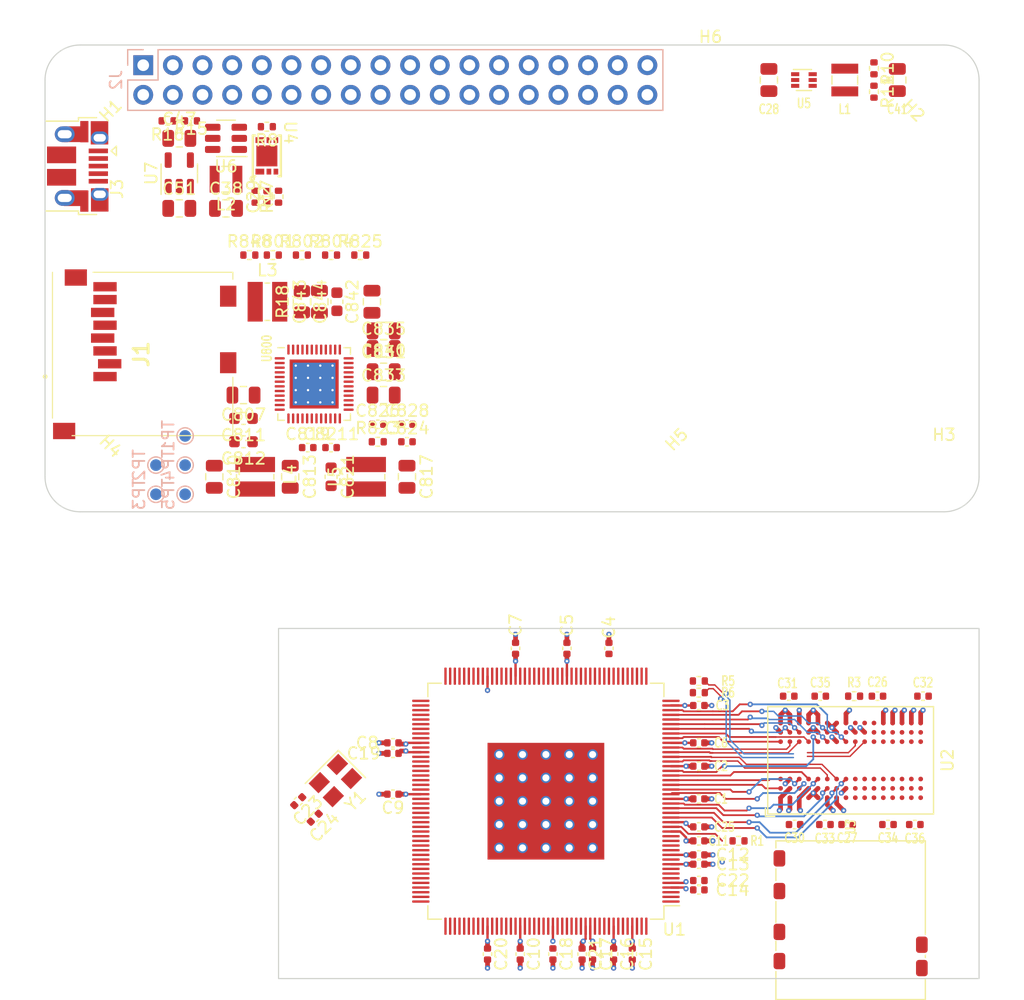
<source format=kicad_pcb>
(kicad_pcb (version 20211014) (generator pcbnew)
  (layers (0 "F.Cu" signal) (1 "In1.Cu" signal) (2 "In2.Cu" signal) (31 "B.Cu" signal) (34 "B.Paste" user) (35 "F.Paste" user) (36 "B.SilkS" user "B.Silkscreen") (37 "F.SilkS" user "F.Silkscreen") (38 "B.Mask" user) (39 "F.Mask" user) (44 "Edge.Cuts" user))
  (net 0 "")
  (net 5 "/memory/svref")
  (net 6 "Net-(R1-Pad2)")
  (net 7 "/memory/ddr-d4")
  (net 8 "/memory/ddr-d6")
  (net 9 "/memory/ddr-d2")
  (net 10 "/memory/ddr-d0")
  (net 11 "IPS")
  (net 12 "Net-(C29-Pad1)")
  (net 13 "Net-(C29-Pad2)")
  (net 14 "ACIN")
  (net 15 "+5V_USB")
  (net 16 "/power/vint")
  (net 17 "Net-(C47-Pad1)")
  (net 18 "+3V3_LDO")
  (net 19 "VDD_SYS")
  (net 20 "+3V3")
  (net 21 "VBAT")
  (net 22 "+3V0")
  (net 23 "+3V3_RTC")
  (net 24 "/power/lx1")
  (net 25 "Net-(R5-Pad2)")
  (net 26 "Net-(R6-Pad2)")
  (net 27 "Net-(L1-Pad1)")
  (net 28 "Net-(L2-Pad1)")
  (net 101 "SDC0-D2")
  (net 102 "SDC0-D3")
  (net 103 "SDC0-CMD")
  (net 104 "SDC0-CLK")
  (net 105 "SDC0-D0")
  (net 106 "SDC0-D1")
  (net 107 "SDC2-D3")
  (net 108 "SDC2-D2")
  (net 109 "SDC2-D1")
  (net 110 "SDC2-D0")
  (net 111 "SDC2-CLK")
  (net 112 "SDC2-CMD")
  (net 113 "/memory/ddr-d9")
  (net 114 "GND")
  (net 115 "/memory/ddr-d11")
  (net 116 "NMI")
  (net 117 "/memory/ddr-d12")
  (net 118 "/memory/ddr-d8")
  (net 119 "RSB-SDA")
  (net 120 "Net-(R8-Pad1)")
  (net 121 "RSB-SCK")
  (net 122 "Net-(R10-Pad2)")
  (net 123 "/memory/ddr-d13")
  (net 124 "/memory/ddr-d15")
  (net 125 "~{RST}")
  (net 126 "/power/pmu_en")
  (net 127 "Net-(R15-Pad2)")
  (net 128 "/memory/ddr-dqs0+")
  (net 129 "/memory/ddr-dqs0-")
  (net 130 "/memory/ddr-dqs1+")
  (net 131 "/memory/ddr-dqs1-")
  (net 132 "PMU-VBUSEN")
  (net 133 "UPS")
  (net 134 "/memory/ddr-d3")
  (net 135 "/memory/ddr-d1")
  (net 136 "/memory/ddr-d10")
  (net 137 "/memory/ddr-dm1")
  (net 139 "/memory/ddr-dm0")
  (net 141 "/memory/ddr-d14")
  (net 142 "+1V5")
  (net 143 "+1V2_INT")
  (net 144 "+1V2_CPU")
  (net 145 "+3V3_IO")
  (net 146 "/cpu/hse_out")
  (net 147 "/cpu/hse_in")
  (net 190 "Net-(L3-Pad1)")
  (net 191 "Net-(L4-Pad1)")
  (net 192 "Net-(L5-Pad1)")
  (net 193 "BAT_NTC")
  (net 194 "PON")
  (net 195 "Net-(C819-Pad1)")
  (net 196 "Net-(C824-Pad1)")
  (net 197 "Net-(R801-Pad1)")
  (net 198 "Net-(R823-Pad1)")
  (net 205 "/memory/ddr-d5")
  (net 206 "/memory/ddr-d7")
  (net 207 "/memory/ddr-a3")
  (net 208 "/memory/ddr-a5")
  (net 209 "/memory/ddr-a7")
  (net 210 "/memory/ddr-a0")
  (net 211 "/memory/ddr-a2")
  (net 212 "/memory/ddr-a9")
  (net 213 "/memory/ddr-a13")
  (net 214 "/memory/ddr-a10")
  (net 215 "/memory/ddr-a15")
  (net 216 "/memory/ddr-a12")
  (net 217 "/memory/ddr-a1")
  (net 218 "/memory/ddr-a11")
  (net 219 "/memory/ddr-a14")
  (net 220 "/memory/ddr-a4")
  (net 221 "/memory/ddr-a6")
  (net 222 "/memory/ddr-a8")
  (net 223 "/memory/ddr-odt")
  (net 224 "/memory/ddr-cs")
  (net 225 "/memory/ddr-ba0")
  (net 226 "/memory/ddr-rst")
  (net 227 "/memory/ddr-ras")
  (net 228 "/memory/ddr-cas")
  (net 229 "/memory/ddr-we")
  (net 230 "/memory/ddr-ba2")
  (net 231 "/memory/ddr-ck+")
  (net 232 "/memory/ddr-ck-")
  (net 233 "/memory/ddr-ba1")
  (net 234 "/memory/ddr-cke")
  (net 239 "Net-(R3-Pad2)")
  (net 240 "SDC0-DET")
  (net 241 "SPI0-CS0")
  (net 242 "SPI0-CLK")
  (net 243 "SPI0-MISO")
  (net 244 "SPI0-MOSI")
  (net 245 "UART3-TXD")
  (net 246 "UART3-RXD")
  (net 247 "UART2-RXD")
  (net 248 "UART2-TXD")
  (footprint "Capacitor_SMD:C_0603_1608Metric" (layer "F.Cu") (at 117 92 180)
    (fp_text reference "C811")
    (fp_text value "4.7uF")
  )
  (footprint "Capacitor_SMD:C_0402_1005Metric" (layer "F.Cu") (at 174.5 126.8)
    (fp_text reference "C36")
    (fp_text value "100nF")
  )
  (footprint "Capacitor_SMD:C_0805_2012Metric" (layer "F.Cu") (at 121 97 -90)
    (fp_text reference "C813")
    (fp_text value "10uF")
  )
  (footprint "Crystal:Crystal_SMD_3225-4Pin_3.2x2.5mm" (layer "F.Cu") (at 124.868777 123.032233 -135)
    (fp_text reference "Y1")
    (fp_text value "24MHz")
  )
  (footprint "MountingHole:MountingHole_2.7mm_M2.5" (layer "F.Cu") (at 103 97 -45)
    (fp_text reference "H4")
    (fp_text value "MountingHole")
  )
  (footprint "Capacitor_SMD:C_0402_1005Metric" (layer "F.Cu") (at 129.8 120.699999 180)
    (fp_text reference "C19")
    (fp_text value "100nF")
  )
  (footprint "Capacitor_SMD:C_0603_1608Metric" (layer "F.Cu") (at 124.5 97 -90)
    (fp_text reference "C821")
    (fp_text value "4.7uF")
  )
  (footprint "Capacitor_SMD:C_0805_2012Metric" (layer "F.Cu") (at 131 97 -90)
    (fp_text reference "C817")
    (fp_text value "10uF")
  )
  (footprint "Capacitor_SMD:C_0805_2012Metric" (layer "F.Cu") (at 111.5 67.999999)
    (fp_text reference "C47")
    (fp_text value "10uF")
  )
  (footprint "Resistor_SMD:R_0402_1005Metric" (layer "F.Cu") (at 169.3 115.8)
    (fp_text reference "R3")
    (fp_text value "240")
  )
  (footprint "MountingHole:MountingHole_2.7mm_M2.5" (layer "F.Cu") (at 177 63 135)
    (fp_text reference "H2")
    (fp_text value "MountingHole")
  )
  (footprint "Capacitor_SMD:C_0402_1005Metric" (layer "F.Cu") (at 156 129.399999)
    (fp_text reference "C12")
    (fp_text value "100nF")
  )
  (footprint "Capacitor_SMD:C_0402_1005Metric" (layer "F.Cu") (at 166.8 126.8)
    (fp_text reference "C33")
    (fp_text value "100nF")
  )
  (footprint "Capacitor_SMD:C_0402_1005Metric" (layer "F.Cu") (at 155.999999 124.599999)
    (fp_text reference "C1")
    (fp_text value "100nF")
  )
  (footprint "Resistor_SMD:R_0402_1005Metric" (layer "F.Cu") (at 127 78)
    (fp_text reference "R825")
    (fp_text value "10k")
  )
  (footprint "diodes:DFN-2030-6" (layer "F.Cu") (at 119 69.5 90)
    (fp_text reference "U4")
    (fp_text value "AP9211")
  )
  (footprint "Capacitor_SMD:C_0402_1005Metric" (layer "F.Cu") (at 156 131.6)
    (fp_text reference "C22")
    (fp_text value "100nF")
  )
  (footprint "Capacitor_SMD:C_0402_1005Metric" (layer "F.Cu") (at 146.9 137.9 -90)
    (fp_text reference "C17")
    (fp_text value "100nF")
  )
  (footprint "Resistor_SMD:R_0402_1005Metric" (layer "F.Cu") (at 119.51 78)
    (fp_text reference "R801")
    (fp_text value "2.2k")
  )
  (footprint "Resistor_SMD:R_0402_1005Metric" (layer "F.Cu") (at 159.4 128.2 180)
    (fp_text reference "R1")
    (fp_text value "240")
  )
  (footprint "Resistor_SMD:R_0402_1005Metric" (layer "F.Cu") (at 156 115.5 180)
    (fp_text reference "R6")
    (fp_text value "22")
  )
  (footprint "Resistor_SMD:R_0402_1005Metric" (layer "F.Cu") (at 120 73 90)
    (fp_text reference "R2")
    (fp_text value "330")
  )
  (footprint "allwinner:LQFP-176_20x20mm_P0.4mm" (layer "F.Cu") (at 142.9 124.8 180)
    (fp_text reference "U1")
    (fp_text value "A13")
  )
  (footprint "Capacitor_SMD:C_0402_1005Metric" (layer "F.Cu") (at 148.699999 137.9 -90)
    (fp_text reference "C16")
    (fp_text value "100nF")
  )
  (footprint "Inductor_SMD:L_Wuerth_MAPI-2510" (layer "F.Cu") (at 115.5 71.499999 180)
    (fp_text reference "L2")
    (fp_text value "L_Small")
  )
  (footprint "Capacitor_SMD:C_0603_1608Metric" (layer "F.Cu") (at 125 82 90)
    (fp_text reference "C844")
    (fp_text value "4.7uF")
  )
  (footprint "Capacitor_SMD:C_0402_1005Metric" (layer "F.Cu") (at 155.999999 121.799999)
    (fp_text reference "C2")
    (fp_text value "100nF")
  )
  (footprint "Resistor_SMD:R_0402_1005Metric" (layer "F.Cu") (at 110.5 66.5 180)
    (fp_text reference "R16")
    (fp_text value "562k")
  )
  (footprint "Resistor_SMD:R_0402_1005Metric" (layer "F.Cu") (at 122 78)
    (fp_text reference "R802")
    (fp_text value "10k")
  )
  (footprint "Capacitor_SMD:C_0402_1005Metric" (layer "F.Cu") (at 156 128.2)
    (fp_text reference "C11")
    (fp_text value "100nF")
  )
  (footprint "Resistor_SMD:R_0402_1005Metric" (layer "F.Cu") (at 128.5 94)
    (fp_text reference "R823")
    (fp_text value "200K")
  )
  (footprint "Package_TO_SOT_SMD:SOT-23-6" (layer "F.Cu") (at 115.5 68 180)
    (fp_text reference "U6")
    (fp_text value "MCP1640CH")
  )
  (footprint "Capacitor_SMD:C_0805_2012Metric" (layer "F.Cu") (at 114.5 97 -90)
    (fp_text reference "C810")
    (fp_text value "10uF")
  )
  (footprint "Resistor_SMD:R_0805_2012Metric" (layer "F.Cu") (at 122 82 90)
    (fp_text reference "R18")
    (fp_text value "R_Small")
  )
  (footprint "Capacitor_SMD:C_0805_2012Metric" (layer "F.Cu") (at 117 90 180)
    (fp_text reference "C807")
    (fp_text value "10uF")
  )
  (footprint "Inductor_SMD:L_Wuerth_MAPI-3015" (layer "F.Cu") (at 127.5 96.999999 90)
    (fp_text reference "L5")
    (fp_text value "4.7uH")
  )
  (footprint "Capacitor_SMD:C_0402_1005Metric" (layer "F.Cu") (at 140.3 111.7 90)
    (fp_text reference "C7")
    (fp_text value "100nF")
  )
  (footprint "Capacitor_SMD:C_0402_1005Metric" (layer "F.Cu") (at 140.7 137.9 -90)
    (fp_text reference "C10")
    (fp_text value "100nF")
  )
  (footprint "Capacitor_SMD:C_0805_2012Metric" (layer "F.Cu") (at 123.5 82 90)
    (fp_text reference "C843")
    (fp_text value "10uF")
  )
  (footprint "Capacitor_SMD:C_0402_1005Metric" (layer "F.Cu") (at 129.8 119.8 180)
    (fp_text reference "C8")
    (fp_text value "100nF")
  )
  (footprint "gct:MEM20610118800A" (layer "F.Cu") (at 105.1375 80.715 -90)
    (fp_text reference "J1")
    (fp_text value "Micro_SD_Card_Det" hide)
  )
  (footprint "Capacitor_SMD:C_0402_1005Metric" (layer "F.Cu") (at 168.7 126.8 180)
    (fp_text reference "C27")
    (fp_text value "100nF")
  )
  (footprint "Capacitor_SMD:C_0402_1005Metric" (layer "F.Cu") (at 143.5 137.9 -90)
    (fp_text reference "C18")
    (fp_text value "100nF")
  )
  (footprint "MountingHole:MountingHole_2.7mm_M2.5" (layer "F.Cu") (at 157 63)
    (fp_text reference "H6")
    (fp_text value "MountingHole")
  )
  (footprint "winbond:BGA-96_9x14mm_P0.8mm" (layer "F.Cu") (at 169 121.3 90)
    (fp_text reference "U2")
    (fp_text value "DDR3L-x16")
  )
  (footprint "Inductor_SMD:L_Wuerth_MAPI-3015" (layer "F.Cu") (at 118 97 -90)
    (fp_text reference "L4")
    (fp_text value "4.7uH")
  )
  (footprint "Capacitor_SMD:C_0805_2012Metric" (layer "F.Cu") (at 129 86)
    (fp_text reference "C835")
    (fp_text value "10uF")
  )
  (footprint "Capacitor_SMD:C_0805_2012Metric" (layer "F.Cu") (at 115.5 73.999999)
    (fp_text reference "C38")
    (fp_text value "10uF")
  )
  (footprint "Package_TO_SOT_SMD:SOT-23-5" (layer "F.Cu") (at 111.5 71 90)
    (fp_text reference "U7")
    (fp_text value "AP22811")
  )
  (footprint "Capacitor_SMD:C_0402_1005Metric" (layer "F.Cu") (at 121.686796 124.8 -135)
    (fp_text reference "C23")
    (fp_text value "22pF")
  )
  (footprint "Capacitor_SMD:C_0402_1005Metric" (layer "F.Cu") (at 130.999999 92.5)
    (fp_text reference "C828")
    (fp_text value "1uF")
  )
  (footprint "Resistor_SMD:R_0402_1005Metric" (layer "F.Cu") (at 117.5 78)
    (fp_text reference "R848")
    (fp_text value "10K")
  )
  (footprint "Capacitor_SMD:C_0402_1005Metric" (layer "F.Cu") (at 175.2 115.8)
    (fp_text reference "C32")
    (fp_text value "100nF")
  )
  (footprint "MountingHole:MountingHole_2.7mm_M2.5" (layer "F.Cu") (at 103 63 -135)
    (fp_text reference "H1")
    (fp_text value "MountingHole")
  )
  (footprint "Capacitor_SMD:C_0402_1005Metric" (layer "F.Cu") (at 163.7 115.8 180)
    (fp_text reference "C31")
    (fp_text value "100nF")
  )
  (footprint "Package_DFN_QFN:QFN-48-1EP_6x6mm_P0.4mm_EP4.2x4.2mm_ThermalVias" (layer "F.Cu") (at 123.05 89.05)
    (fp_text reference "U800")
    (fp_text value "AXP209")
  )
  (footprint "Capacitor_SMD:C_0402_1005Metric" (layer "F.Cu") (at 144.7 111.699999 90)
    (fp_text reference "C5")
    (fp_text value "100nF")
  )
  (footprint "Capacitor_SMD:C_0402_1005Metric" (layer "F.Cu") (at 130.999999 94)
    (fp_text reference "C824")
    (fp_text value "1uF")
  )
  (footprint "Inductor_SMD:L_Wuerth_MAPI-2510" (layer "F.Cu") (at 168.5 63 90)
    (fp_text reference "L1")
    (fp_text value "L_Small")
  )
  (footprint "Capacitor_SMD:C_0402_1005Metric" (layer "F.Cu") (at 137.9 137.9 -90)
    (fp_text reference "C20")
    (fp_text value "100nF")
  )
  (footprint "Capacitor_SMD:C_0402_1005Metric" (layer "F.Cu") (at 129.8 124.2 180)
    (fp_text reference "C9")
    (fp_text value "100nF")
  )
  (footprint "MountingHole:MountingHole_2.7mm_M2.5" (layer "F.Cu") (at 177 97)
    (fp_text reference "H3")
    (fp_text value "MountingHole")
  )
  (footprint "Capacitor_SMD:C_0402_1005Metric" (layer "F.Cu") (at 156 127)
    (fp_text reference "C25")
    (fp_text value "100nF")
  )
  (footprint "Capacitor_SMD:C_0402_1005Metric" (layer "F.Cu") (at 128.5 92.5)
    (fp_text reference "C826")
    (fp_text value "1uF")
  )
  (footprint "Connector_USB:USB_Micro-B_Amphenol_10103594-0001LF_Horizontal" (layer "F.Cu") (at 102.8 70.4 -90)
    (fp_text reference "J3")
    (fp_text value "USB_B_Micro")
  )
  (footprint "Resistor_SMD:R_0402_1005Metric" (layer "F.Cu") (at 171 64 -90)
    (fp_text reference "R11")
    (fp_text value "133k")
  )
  (footprint "Resistor_SMD:R_0402_1005Metric" (layer "F.Cu") (at 118 73 90)
    (fp_text reference "R17")
    (fp_text value "100K")
  )
  (footprint "Capacitor_SMD:C_0402_1005Metric" (layer "F.Cu") (at 124.5 94.5)
    (fp_text reference "C8211")
    (fp_text value "100nF")
  )
  (footprint "Capacitor_SMD:C_0402_1005Metric" (layer "F.Cu") (at 122.5 94.5)
    (fp_text reference "C819")
    (fp_text value "1uF")
  )
  (footprint "Resistor_SMD:R_0402_1005Metric" (layer "F.Cu") (at 112.5 66.5 180)
    (fp_text reference "R15")
    (fp_text value "976k")
  )
  (footprint "Resistor_SMD:R_0402_1005Metric" (layer "F.Cu") (at 171 62 -90)
    (fp_text reference "R10")
    (fp_text value "200k")
  )
  (footprint "Capacitor_SMD:C_0402_1005Metric" (layer "F.Cu") (at 172.2 126.8 180)
    (fp_text reference "C34")
    (fp_text value "100nF")
  )
  (footprint "Resistor_SMD:R_0402_1005Metric" (layer "F.Cu") (at 124.5 78)
    (fp_text reference "R804")
    (fp_text value "2.2k")
  )
  (footprint "Package_TO_SOT_SMD:SOT-563" (layer "F.Cu") (at 165 63)
    (fp_text reference "U5")
    (fp_text value "AP61100")
  )
  (footprint "Capacitor_SMD:C_0402_1005Metric" (layer "F.Cu") (at 166.4 115.8)
    (fp_text reference "C35")
    (fp_text value "100nF")
  )
  (footprint "Resistor_SMD:R_0402_1005Metric" (layer "F.Cu") (at 156 114.5 180)
    (fp_text reference "R5")
    (fp_text value "22")
  )
  (footprint "Capacitor_SMD:C_0805_2012Metric" (layer "F.Cu") (at 162 63 90)
    (fp_text reference "C28")
    (fp_text value "10uF")
  )
  (footprint "Capacitor_SMD:C_0402_1005Metric" (layer "F.Cu") (at 164.2 126.8 180)
    (fp_text reference "C30")
    (fp_text value "100nF")
  )
  (footprint "Capacitor_SMD:C_0402_1005Metric" (layer "F.Cu") (at 155.999999 116.6)
    (fp_text reference "C3")
    (fp_text value "100nF")
  )
  (footprint "Capacitor_SMD:C_0402_1005Metric" (layer "F.Cu") (at 171.3 115.8)
    (fp_text reference "C26")
    (fp_text value "100nF")
  )
  (footprint "Capacitor_SMD:C_0402_1005Metric" (layer "F.Cu") (at 123.10101 126.214213 -135)
    (fp_text reference "C24")
    (fp_text value "22pF")
  )
  (footprint "Capacitor_SMD:C_0805_2012Metric" (layer "F.Cu") (at 128 82 90)
    (fp_text reference "C842")
    (fp_text value "10uF")
  )
  (footprint "MountingHole:MountingHole_2.7mm_M2.5" (layer "F.Cu") (at 157 97)
    (fp_text reference "H5")
    (fp_text value "MountingHole")
  )
  (footprint "Capacitor_SMD:C_0805_2012Metric" (layer "F.Cu") (at 111.500001 74)
    (fp_text reference "C51")
    (fp_text value "10uF")
  )
  (footprint "Capacitor_SMD:C_0402_1005Metric" (layer "F.Cu") (at 150.3 137.9 -90)
    (fp_text reference "C15")
    (fp_text value "100nF")
  )
  (footprint "Capacitor_SMD:C_0402_1005Metric" (layer "F.Cu") (at 155.999999 130.199999)
    (fp_text reference "C13")
    (fp_text value "100nF")
  )
  (footprint "Capacitor_SMD:C_0805_2012Metric" (layer "F.Cu") (at 129 88)
    (fp_text reference "C831")
    (fp_text value "10uF")
  )
  (footprint "Capacitor_SMD:C_0402_1005Metric" (layer "F.Cu") (at 119 73 90)
    (fp_text reference "C29")
    (fp_text value "100nF")
  )
  (footprint "Capacitor_SMD:C_0402_1005Metric" (layer "F.Cu") (at 146 137.9 -90)
    (fp_text reference "C21")
    (fp_text value "100nF")
  )
  (footprint "Capacitor_SMD:C_0402_1005Metric" (layer "F.Cu") (at 156 119.8)
    (fp_text reference "C6")
    (fp_text value "100nF")
  )
  (footprint "Capacitor_SMD:C_0805_2012Metric" (layer "F.Cu") (at 173 63 -90)
    (fp_text reference "C41")
    (fp_text value "10uF")
  )
  (footprint "Capacitor_SMD:C_0402_1005Metric" (layer "F.Cu") (at 155.999999 132.4)
    (fp_text reference "C14")
    (fp_text value "100nF")
  )
  (footprint "wifi:RTL8188CUS" (layer "F.Cu") (at 169 135 90)
    (fp_text reference "U3")
    (fp_text value "RTL8188CUS")
  )
  (footprint "Capacitor_SMD:C_0805_2012Metric" (layer "F.Cu") (at 129 84.5 180)
    (fp_text reference "C840")
    (fp_text value "10uF")
  )
  (footprint "Inductor_SMD:L_Wuerth_MAPI-3015" (layer "F.Cu") (at 119.05 82)
    (fp_text reference "L3")
    (fp_text value "4.7uH")
  )
  (footprint "Capacitor_SMD:C_0603_1608Metric" (layer "F.Cu") (at 117 94 180)
    (fp_text reference "C812")
    (fp_text value "4.7uF")
  )
  (footprint "Capacitor_SMD:C_0805_2012Metric" (layer "F.Cu") (at 129 90)
    (fp_text reference "C833")
    (fp_text value "10uF")
  )
  (footprint "Resistor_SMD:R_0402_1005Metric" (layer "F.Cu") (at 119 67 180)
    (fp_text reference "R8")
    (fp_text value "2.7k")
  )
  (footprint "Capacitor_SMD:C_0402_1005Metric" (layer "F.Cu") (at 148.3 111.7 90)
    (fp_text reference "C4")
    (fp_text value "100nF")
  )
  (footprint "TestPoint:TestPoint_Pad_D1.0mm" (layer "B.Cu") (at 109.5 98.5 -90)
    (fp_text reference "TP3")
    (fp_text value "TestPoint")
  )
  (footprint "Connector_PinHeader_2.54mm:PinHeader_2x18_P2.54mm_Vertical" (layer "B.Cu") (at 108.41 61.73 -90)
    (fp_text reference "J2")
    (fp_text value "Conn_02x18_Odd_Even")
  )
  (footprint "TestPoint:TestPoint_Pad_D1.0mm" (layer "B.Cu") (at 112 96 -90)
    (fp_text reference "TP4")
    (fp_text value "TestPoint")
  )
  (footprint "TestPoint:TestPoint_Pad_D1.0mm" (layer "B.Cu") (at 112 93.5 -90)
    (fp_text reference "TP1")
    (fp_text value "TestPoint")
  )
  (footprint "TestPoint:TestPoint_Pad_D1.0mm" (layer "B.Cu") (at 109.5 96 -90)
    (fp_text reference "TP2")
    (fp_text value "TestPoint")
  )
  (footprint "TestPoint:TestPoint_Pad_D1.0mm" (layer "B.Cu") (at 112 98.5 -90)
    (fp_text reference "TP5")
    (fp_text value "TestPoint")
  )
  (gr_rect (start 120 110) (end 180 140) (layer "Edge.Cuts") (width 0.1) (fill none))
  (gr_line (start 177 100) (end 157 100) (layer "Edge.Cuts") (width 0.1))
  (gr_line (start 100 63) (end 100 97) (layer "Edge.Cuts") (width 0.1))
  (gr_arc (start 100 63) (mid 100.87868 60.87868) (end 103 60) (layer "Edge.Cuts") (width 0.1))
  (gr_line (start 103 100) (end 157 100) (layer "Edge.Cuts") (width 0.1))
  (gr_arc (start 103 100) (mid 100.87868 99.12132) (end 100 97) (layer "Edge.Cuts") (width 0.1))
  (gr_arc (start 177 60) (mid 179.12132 60.87868) (end 180 63) (layer "Edge.Cuts") (width 0.1))
  (gr_line (start 180 97) (end 180 63) (layer "Edge.Cuts") (width 0.1))
  (gr_line (start 177 60) (end 103 60) (layer "Edge.Cuts") (width 0.1))
  (gr_arc (start 180 97) (mid 179.12132 99.12132) (end 177 100) (layer "Edge.Cuts") (width 0.1))
  (segment (start 154.8 126.6) (end 154.899999 126.7) (width 0.2) (layer "F.Cu") (net 5))
  (segment (start 153.6125 126.6) (end 154.8 126.6) (width 0.2) (layer "F.Cu") (net 5))
  (segment (start 155.52 126.999999) (end 155.199999 127) (width 0.2) (layer "F.Cu") (net 5))
  (segment (start 155.199999 127) (end 154.899999 126.7) (width 0.2) (layer "F.Cu") (net 5))
  (via (at 154.899999 126.7) (size 0.45) (drill 0.2) (layers "F.Cu" "B.Cu") (net 5))
  (segment (start 153.612499 127) (end 154.5 127) (width 0.154) (layer "F.Cu") (net 6))
  (segment (start 154.5 127) (end 155.1 127.6) (width 0.154) (layer "F.Cu") (net 6))
  (segment (start 155.1 127.6) (end 157.399999 127.6) (width 0.154) (layer "F.Cu") (net 6))
  (segment (start 157.399999 127.6) (end 157.999999 128.2) (width 0.154) (layer "F.Cu") (net 6))
  (segment (start 158.3 127.1) (end 161 127.1) (width 0.154) (layer "F.Cu") (net 7))
  (segment (start 153.6125 126.2) (end 157.1 126.2) (width 0.154) (layer "F.Cu") (net 7))
  (segment (start 158 127.1) (end 158.3 127.1) (width 0.154) (layer "F.Cu") (net 7))
  (segment (start 168.6 122.9) (end 168.2 123.3) (width 0.2) (layer "F.Cu") (net 7))
  (segment (start 157.1 126.2) (end 158 127.1) (width 0.154) (layer "F.Cu") (net 7))
  (via (at 161 127.1) (size 0.45) (drill 0.2) (layers "F.Cu" "B.Cu") (net 7))
  (via (at 168.2 123.3) (size 0.45) (drill 0.2) (layers "F.Cu" "B.Cu") (net 7))
  (segment (start 168.2 123.3) (end 167.8 123.7) (width 0.127) (layer "B.Cu") (net 7))
  (segment (start 167.8 124.6) (end 164.5 127.9) (width 0.154) (layer "B.Cu") (net 7))
  (segment (start 164.5 127.9) (end 161.8 127.9) (width 0.154) (layer "B.Cu") (net 7))
  (segment (start 167.8 123.7) (end 167.8 124.6) (width 0.127) (layer "B.Cu") (net 7))
  (segment (start 161.8 127.9) (end 161 127.1) (width 0.154) (layer "B.Cu") (net 7))
  (segment (start 158.1 126.6) (end 158.2 126.6) (width 0.154) (layer "F.Cu") (net 8))
  (segment (start 167.8 123.7) (end 167.4 124.1) (width 0.2) (layer "F.Cu") (net 8))
  (segment (start 157.3 125.8) (end 158.1 126.6) (width 0.154) (layer "F.Cu") (net 8))
  (segment (start 158.2 126.6) (end 160.3 126.6) (width 0.154) (layer "F.Cu") (net 8))
  (segment (start 153.6125 125.8) (end 157.3 125.8) (width 0.154) (layer "F.Cu") (net 8))
  (via (at 160.3 126.6) (size 0.45) (drill 0.2) (layers "F.Cu" "B.Cu") (net 8))
  (via (at 167.4 124.1) (size 0.45) (drill 0.2) (layers "F.Cu" "B.Cu") (net 8))
  (segment (start 167.4 124.4) (end 167.4 124.1) (width 0.154) (layer "B.Cu") (net 8))
  (segment (start 160.3 126.6) (end 161.2 126.6) (width 0.154) (layer "B.Cu") (net 8))
  (segment (start 162.1 127.5) (end 164.3 127.5) (width 0.154) (layer "B.Cu") (net 8))
  (segment (start 164.3 127.5) (end 167.4 124.4) (width 0.154) (layer "B.Cu") (net 8))
  (segment (start 161.2 126.6) (end 162.1 127.5) (width 0.154) (layer "B.Cu") (net 8))
  (segment (start 158 125.9) (end 158.1 126) (width 0.154) (layer "F.Cu") (net 9))
  (segment (start 153.612499 125.4) (end 157.5 125.4) (width 0.154) (layer "F.Cu") (net 9))
  (segment (start 158.2 126) (end 161 126) (width 0.154) (layer "F.Cu") (net 9))
  (segment (start 158.1 126) (end 158.2 126) (width 0.154) (layer "F.Cu") (net 9))
  (segment (start 167 123.7) (end 166.6 124.1) (width 0.2) (layer "F.Cu") (net 9))
  (segment (start 157.5 125.4) (end 158 125.9) (width 0.154) (layer "F.Cu") (net 9))
  (via (at 161 126) (size 0.45) (drill 0.2) (layers "F.Cu" "B.Cu") (net 9))
  (via (at 166.6 124.1) (size 0.45) (drill 0.2) (layers "F.Cu" "B.Cu") (net 9))
  (segment (start 166.6 124.5) (end 165 126.1) (width 0.154) (layer "B.Cu") (net 9))
  (segment (start 161.1 126.1) (end 161 126) (width 0.154) (layer "B.Cu") (net 9))
  (segment (start 166.6 124.1) (end 166.6 124.5) (width 0.154) (layer "B.Cu") (net 9))
  (segment (start 165 126.1) (end 161.1 126.1) (width 0.154) (layer "B.Cu") (net 9))
  (segment (start 153.6125 125) (end 154.7 124.999999) (width 0.154) (layer "F.Cu") (net 10))
  (segment (start 166.2 122.9) (end 165.8 123.3) (width 0.2) (layer "F.Cu") (net 10))
  (segment (start 154.8 125.1) (end 157.7 125.1) (width 0.154) (layer "F.Cu") (net 10))
  (segment (start 160.1 125.6) (end 160.3 125.4) (width 0.154) (layer "F.Cu") (net 10))
  (segment (start 157.7 125.1) (end 158.2 125.6) (width 0.154) (layer "F.Cu") (net 10))
  (segment (start 154.7 124.999999) (end 154.8 125.1) (width 0.154) (layer "F.Cu") (net 10))
  (segment (start 158.2 125.6) (end 160.1 125.6) (width 0.154) (layer "F.Cu") (net 10))
  (via (at 160.3 125.4) (size 0.45) (drill 0.2) (layers "F.Cu" "B.Cu") (net 10))
  (via (at 165.8 123.3) (size 0.45) (drill 0.2) (layers "F.Cu" "B.Cu") (net 10))
  (segment (start 162.1 125.4) (end 162.4 125.1) (width 0.154) (layer "B.Cu") (net 10))
  (segment (start 160.3 125.4) (end 162.1 125.4) (width 0.154) (layer "B.Cu") (net 10))
  (segment (start 164 125.1) (end 164.6 124.5) (width 0.154) (layer "B.Cu") (net 10))
  (segment (start 162.4 125.1) (end 164 125.1) (width 0.154) (layer "B.Cu") (net 10))
  (segment (start 164.6 124.5) (end 165.8 123.3) (width 0.127) (layer "B.Cu") (net 10))
  (segment (start 153.6125 123.8) (end 158.7 123.8) (width 0.154) (layer "F.Cu") (net 113))
  (segment (start 158.9 124) (end 160.3 124) (width 0.154) (layer "F.Cu") (net 113))
  (segment (start 158.7 123.8) (end 158.9 124) (width 0.154) (layer "F.Cu") (net 113))
  (segment (start 164.2 123.3) (end 164.6 122.9) (width 0.2) (layer "F.Cu") (net 113))
  (via (at 164.2 123.3) (size 0.45) (drill 0.2) (layers "F.Cu" "B.Cu") (net 113))
  (via (at 160.3 124) (size 0.45) (drill 0.2) (layers "F.Cu" "B.Cu") (net 113))
  (segment (start 160.3 124) (end 161.3 123) (width 0.154) (layer "B.Cu") (net 113))
  (segment (start 163.8 122.9) (end 164.2 123.3) (width 0.127) (layer "B.Cu") (net 113))
  (segment (start 161.3 123) (end 161.4 122.9) (width 0.154) (layer "B.Cu") (net 113))
  (segment (start 161.4 122.9) (end 162.7 122.9) (width 0.154) (layer "B.Cu") (net 113))
  (segment (start 162.7 122.9) (end 163.8 122.9) (width 0.127) (layer "B.Cu") (net 113))
  (segment (start 148.3 111.22) (end 148.3 110.5) (width 0.4) (layer "F.Cu") (net 114))
  (segment (start 167.8 125) (end 168.4 125.6) (width 0.4) (layer "F.Cu") (net 114))
  (segment (start 150.3 138.38) (end 150.3 139.1) (width 0.4) (layer "F.Cu") (net 114))
  (segment (start 165.4 124.5) (end 165.8 124.1) (width 0.4) (layer "F.Cu") (net 114))
  (segment (start 144.7 111.22) (end 144.7 110.5) (width 0.4) (layer "F.Cu") (net 114))
  (segment (start 163 118.1) (end 163 117.4) (width 0.4) (layer "F.Cu") (net 114))
  (segment (start 165.8 118.5) (end 165.8 118.4969) (width 0.4) (layer "F.Cu") (net 114))
  (segment (start 140.7 138.38) (end 140.7 139.1) (width 0.4) (layer "F.Cu") (net 114))
  (segment (start 167.8 118.1) (end 167.4 118.5) (width 0.4) (layer "F.Cu") (net 114))
  (segment (start 165.4 118.9) (end 165.8 118.5) (width 0.4) (layer "F.Cu") (net 114))
  (segment (start 156.48 129.399999) (end 157.2 129.399999) (width 0.4) (layer "F.Cu") (net 114))
  (segment (start 166.2 118.9) (end 165.8 118.5) (width 0.4) (layer "F.Cu") (net 114))
  (segment (start 167 118.1) (end 167.4 118.5) (width 0.4) (layer "F.Cu") (net 114))
  (segment (start 173.4 117.2) (end 173.6 117) (width 0.4) (layer "F.Cu") (net 114))
  (segment (start 163.8 125.5) (end 163.7 125.6) (width 0.4) (layer "F.Cu") (net 114))
  (segment (start 156.48 119.8) (end 157.099999 119.8) (width 0.4) (layer "F.Cu") (net 114))
  (segment (start 163.8 122.9) (end 163.4 123.3) (width 0.4) (layer "F.Cu") (net 114))
  (segment (start 129.32 120.699999) (end 128.6 120.699999) (width 0.4) (layer "F.Cu") (net 114))
  (segment (start 163.8 118.1) (end 163.8 117.4) (width 0.4) (layer "F.Cu") (net 114))
  (segment (start 148.699999 138.38) (end 148.699999 139.1) (width 0.4) (layer "F.Cu") (net 114))
  (segment (start 156.48 121.8) (end 157.1 121.799999) (width 0.4) (layer "F.Cu") (net 114))
  (segment (start 146 138.38) (end 146 139.1) (width 0.4) (layer "F.Cu") (net 114))
  (segment (start 167.8 118.9) (end 167.4 118.5) (width 0.4) (layer "F.Cu") (net 114))
  (segment (start 156.48 130.2) (end 157.2 130.2) (width 0.4) (layer "F.Cu") (net 114))
  (segment (start 156.48 128.2) (end 157.1939 128.2) (width 0.4) (layer "F.Cu") (net 114))
  (segment (start 175 118.1) (end 175 117.2) (width 0.4) (layer "F.Cu") (net 114))
  (segment (start 171.8 117.2) (end 172 117) (width 0.4) (layer "F.Cu") (net 114))
  (segment (start 156.48 124.6) (end 157.1 124.599999) (width 0.4) (layer "F.Cu") (net 114))
  (segment (start 137.9 138.38) (end 137.9 139.1) (width 0.4) (layer "F.Cu") (net 114))
  (segment (start 163.8 124.5) (end 163.8 125.5) (width 0.4) (layer "F.Cu") (net 114))
  (segment (start 173.4 118.1) (end 173.4 117.2) (width 0.4) (layer "F.Cu") (net 114))
  (segment (start 163.8 117.4) (end 163.4 117) (width 0.4) (layer "F.Cu") (net 114))
  (segment (start 166.2 123.7) (end 165.8 124.1) (width 0.4) (layer "F.Cu") (net 114))
  (segment (start 175 117.2) (end 175.2 117) (width 0.4) (layer "F.Cu") (net 114))
  (segment (start 146.9 138.38) (end 146.9 139.1) (width 0.4) (layer "F.Cu") (net 114))
  (segment (start 140.299999 111.22) (end 140.299999 110.5) (width 0.4) (layer "F.Cu") (net 114))
  (segment (start 169.4 118.9) (end 169 118.5) (width 0.4) (layer "F.Cu") (net 114))
  (segment (start 166.2 124.5) (end 165.8 124.1) (width 0.4) (layer "F.Cu") (net 114))
  (segment (start 143.5 138.38) (end 143.5 139.1) (width 0.4) (layer "F.Cu") (net 114))
  (segment (start 163 117.4) (end 163.4 117) (width 0.4) (layer "F.Cu") (net 114))
  (segment (start 129.32 124.2) (end 128.6 124.2) (width 0.4) (layer "F.Cu") (net 114))
  (segment (start 156.48 127) (end 157.099999 127) (width 0.4) (layer "F.Cu") (net 114))
  (segment (start 171.8 118.1) (end 171.8 117.2) (width 0.4) (layer "F.Cu") (net 114))
  (segment (start 137.9 114.0875) (end 137.9 115.3) (width 0.2) (layer "F.Cu") (net 114))
  (segment (start 156.479999 116.6) (end 157.1 116.6) (width 0.2) (layer "F.Cu") (net 114))
  (segment (start 167.8 124.5) (end 167.8 125) (width 0.4) (layer "F.Cu") (net 114))
  (segment (start 129.32 119.8) (end 128.6 119.8) (width 0.4) (layer "F.Cu") (net 114))
  (via (at 157.099999 119.8) (size 0.45) (drill 0.2) (layers "F.Cu" "B.Cu") (net 114))
  (via (at 157.2 129.399999) (size 0.45) (drill 0.2) (layers "F.Cu" "B.Cu") (net 114))
  (via (at 144.7 110.5) (size 0.45) (drill 0.2) (layers "F.Cu" "B.Cu") (net 114))
  (via (at 157.1 116.6) (size 0.45) (drill 0.2) (layers "F.Cu" "B.Cu") (net 114))
  (via (at 157.099999 127) (size 0.45) (drill 0.2) (layers "F.Cu" "B.Cu") (net 114))
  (via (at 157.1 124.599999) (size 0.45) (drill 0.2) (layers "F.Cu" "B.Cu") (net 114))
  (via (at 165.8 118.4969) (size 0.45) (drill 0.2) (layers "F.Cu" "B.Cu") (net 114))
  (via (at 157.1 121.799999) (size 0.45) (drill 0.2) (layers "F.Cu" "B.Cu") (net 114))
  (via (at 157.1939 128.2) (size 0.45) (drill 0.2) (layers "F.Cu" "B.Cu") (net 114))
  (via (at 140.7 139.1) (size 0.45) (drill 0.2) (layers "F.Cu" "B.Cu") (net 114))
  (via (at 150.3 139.1) (size 0.45) (drill 0.2) (layers "F.Cu" "B.Cu") (net 114))
  (via (at 157.2 130.2) (size 0.45) (drill 0.2) (layers "F.Cu" "B.Cu") (net 114))
  (via (at 137.9 139.1) (size 0.45) (drill 0.2) (layers "F.Cu" "B.Cu") (net 114))
  (via (at 168.4 125.6) (size 0.45) (drill 0.2) (layers "F.Cu" "B.Cu") (net 114))
  (via (at 158 130) (size 0.45) (drill 0.2) (layers "F.Cu" "B.Cu") (net 114))
  (via (at 137.9 115.3) (size 0.45) (drill 0.2) (layers "F.Cu" "B.Cu") (net 114))
  (via (at 163.4 123.3) (size 0.45) (drill 0.2) (layers "F.Cu" "B.Cu") (net 114))
  (via (at 163.7 125.6) (size 0.45) (drill 0.2) (layers "F.Cu" "B.Cu") (net 114))
  (via (at 173.6 117) (size 0.45) (drill 0.2) (layers "F.Cu" "B.Cu") (net 114))
  (via (at 148.699999 139.1) (size 0.45) (drill 0.2) (layers "F.Cu" "B.Cu") (net 114))
  (via (at 163.4 117) (size 0.45) (drill 0.2) (layers "F.Cu" "B.Cu") (net 114))
  (via (at 167.4 118.5) (size 0.45) (drill 0.2) (layers "F.Cu" "B.Cu") (net 114))
  (via (at 146 139.1) (size 0.45) (drill 0.2) (layers "F.Cu" "B.Cu") (net 114))
  (via (at 165.8 124.1) (size 0.45) (drill 0.2) (layers "F.Cu" "B.Cu") (net 114))
  (via (at 128.6 124.2) (size 0.45) (drill 0.2) (layers "F.Cu" "B.Cu") (net 114))
  (via (at 140.299999 110.5) (size 0.45) (drill 0.2) (layers "F.Cu" "B.Cu") (net 114))
  (via (at 143.5 139.1) (size 0.45) (drill 0.2) (layers "F.Cu" "B.Cu") (net 114))
  (via (at 146.9 139.1) (size 0.45) (drill 0.2) (layers "F.Cu" "B.Cu") (net 114))
  (via (at 148.3 110.5) (size 0.45) (drill 0.2) (layers "F.Cu" "B.Cu") (net 114))
  (via (at 169 118.5) (size 0.45) (drill 0.2) (layers "F.Cu" "B.Cu") (net 114))
  (via (at 128.6 119.8) (size 0.45) (drill 0.2) (layers "F.Cu" "B.Cu") (net 114))
  (via (at 128.6 120.699999) (size 0.45) (drill 0.2) (layers "F.Cu" "B.Cu") (net 114))
  (via (at 172 117) (size 0.45) (drill 0.2) (layers "F.Cu" "B.Cu") (net 114))
  (via (at 175.2 117) (size 0.45) (drill 0.2) (layers "F.Cu" "B.Cu") (net 114))
  (segment (start 153.7125 124.099999) (end 157.799999 124.099999) (width 0.154) (layer "F.Cu") (net 115))
  (segment (start 158.3 124.6) (end 161 124.6) (width 0.154) (layer "F.Cu") (net 115))
  (segment (start 157.799999 124.099999) (end 158.3 124.6) (width 0.154) (layer "F.Cu") (net 115))
  (segment (start 153.612499 124.2) (end 153.7125 124.099999) (width 0.154) (layer "F.Cu") (net 115))
  (segment (start 164.6 123.7) (end 165 123.3) (width 0.2) (layer "F.Cu") (net 115))
  (via (at 165 123.3) (size 0.45) (drill 0.2) (layers "F.Cu" "B.Cu") (net 115))
  (via (at 161 124.6) (size 0.45) (drill 0.2) (layers "F.Cu" "B.Cu") (net 115))
  (segment (start 161.5 124.1) (end 161 124.6) (width 0.154) (layer "B.Cu") (net 115))
  (segment (start 164.2 124.1) (end 161.5 124.1) (width 0.154) (layer "B.Cu") (net 115))
  (segment (start 165 123.3) (end 164.2 124.1) (width 0.154) (layer "B.Cu") (net 115))
  (segment (start 158.1 119.7) (end 157.7 119.3) (width 0.154) (layer "F.Cu") (net 117))
  (segment (start 163 119.7) (end 158.1 119.7) (width 0.154) (layer "F.Cu") (net 117))
  (segment (start 154.7 119.3) (end 154.6 119.4) (width 0.154) (layer "F.Cu") (net 117))
  (segment (start 157.7 119.3) (end 154.7 119.3) (width 0.154) (layer "F.Cu") (net 117))
  (segment (start 154.6 119.4) (end 153.6125 119.4) (width 0.154) (layer "F.Cu") (net 117))
  (segment (start 165 119.3) (end 162.6 119.3) (width 0.127) (layer "F.Cu") (net 118))
  (segment (start 158.6 119.3) (end 162.6 119.3) (width 0.154) (layer "F.Cu") (net 118))
  (segment (start 153.6125 119) (end 158.3 119) (width 0.154) (layer "F.Cu") (net 118))
  (segment (start 158.3 119) (end 158.6 119.3) (width 0.154) (layer "F.Cu") (net 118))
  (segment (start 165.4 119.7) (end 165 119.3) (width 0.127) (layer "F.Cu") (net 118))
  (segment (start 153.6125 123.4) (end 161.4 123.4) (width 0.154) (layer "F.Cu") (net 123))
  (segment (start 161.7 123.7) (end 163 123.7) (width 0.154) (layer "F.Cu") (net 123))
  (segment (start 161.4 123.4) (end 161.7 123.7) (width 0.154) (layer "F.Cu") (net 123))
  (segment (start 162.1 122.9) (end 163 122.9) (width 0.154) (layer "F.Cu") (net 124))
  (segment (start 162 123) (end 162.1 122.9) (width 0.154) (layer "F.Cu") (net 124))
  (segment (start 155.9 123) (end 162 123) (width 0.154) (layer "F.Cu") (net 124))
  (segment (start 153.6125 122.999999) (end 155.9 123) (width 0.154) (layer "F.Cu") (net 124))
  (segment (start 167 122.552549) (end 166.407451 121.96) (width 0.12) (layer "F.Cu") (net 128))
  (segment (start 159.333724 121.36) (end 157.1 121.36) (width 0.12) (layer "F.Cu") (net 128))
  (segment (start 157.1 121.36) (end 156.96 121.36) (width 0.154) (layer "F.Cu") (net 128))
  (segment (start 156.899999 121.299999) (end 154.7 121.299999) (width 0.154) (layer "F.Cu") (net 128))
  (segment (start 154.7 121.299999) (end 154.599999 121.4) (width 0.154) (layer "F.Cu") (net 128))
  (segment (start 159.933724 121.96) (end 159.333724 121.36) (width 0.12) (layer "F.Cu") (net 128))
  (segment (start 166.407451 121.96) (end 159.933724 121.96) (width 0.12) (layer "F.Cu") (net 128))
  (segment (start 156.96 121.36) (end 156.899999 121.299999) (width 0.154) (layer "F.Cu") (net 128))
  (segment (start 154.599999 121.4) (end 153.612499 121.4) (width 0.154) (layer "F.Cu") (net 128))
  (segment (start 167 122.9) (end 167 122.552549) (width 0.12) (layer "F.Cu") (net 128))
  (segment (start 157 121) (end 157.06 121) (width 0.154) (layer "F.Cu") (net 129))
  (segment (start 167.8 122.9) (end 166.54 121.64) (width 0.12) (layer "F.Cu") (net 129))
  (segment (start 166.54 121.64) (end 160.066276 121.64) (width 0.12) (layer "F.Cu") (net 129))
  (segment (start 159.466276 121.04) (end 157.1 121.04) (width 0.12) (layer "F.Cu") (net 129))
  (segment (start 157.06 121) (end 157.1 121.04) (width 0.154) (layer "F.Cu") (net 129))
  (segment (start 153.6125 121) (end 157 121) (width 0.154) (layer "F.Cu") (net 129))
  (segment (start 160.066276 121.64) (end 159.466276 121.04) (width 0.12) (layer "F.Cu") (net 129))
  (segment (start 164.6 119.7) (end 163.64 120.66) (width 0.12) (layer "F.Cu") (net 130))
  (segment (start 153.6125 120.6) (end 156.9 120.6) (width 0.154) (layer "F.Cu") (net 130))
  (segment (start 157.2 120.66) (end 156.96 120.66) (width 0.154) (layer "F.Cu") (net 130))
  (segment (start 163.64 120.66) (end 157.2 120.66) (width 0.12) (layer "F.Cu") (net 130))
  (segment (start 156.96 120.66) (end 156.9 120.6) (width 0.154) (layer "F.Cu") (net 130))
  (segment (start 163.8 120.047451) (end 163.507451 120.34) (width 0.12) (layer "F.Cu") (net 131))
  (segment (start 163.507451 120.34) (end 157.2 120.34) (width 0.12) (layer "F.Cu") (net 131))
  (segment (start 153.6125 120.2) (end 154.6 120.2) (width 0.154) (layer "F.Cu") (net 131))
  (segment (start 157.16 120.3) (end 157.2 120.34) (width 0.154) (layer "F.Cu") (net 131))
  (segment (start 154.7 120.3) (end 157.16 120.3) (width 0.154) (layer "F.Cu") (net 131))
  (segment (start 154.6 120.2) (end 154.7 120.3) (width 0.154) (layer "F.Cu") (net 131))
  (segment (start 163.8 119.7) (end 163.8 120.047451) (width 0.12) (layer "F.Cu") (net 131))
  (segment (start 159.4 117.4) (end 159.7 117.1) (width 0.154) (layer "F.Cu") (net 134))
  (segment (start 153.6125 117.4) (end 157.2 117.4) (width 0.154) (layer "F.Cu") (net 134))
  (segment (start 166.6 118.5) (end 167 118.9) (width 0.2) (layer "F.Cu") (net 134))
  (segment (start 159.7 117.1) (end 161.4 117.1) (width 0.154) (layer "F.Cu") (net 134))
  (segment (start 157.2 117.4) (end 159.4 117.4) (width 0.154) (layer "F.Cu") (net 134))
  (via (at 166.6 118.5) (size 0.45) (drill 0.2) (layers "F.Cu" "B.Cu") (net 134))
  (via (at 161.4 117.1) (size 0.45) (drill 0.2) (layers "F.Cu" "B.Cu") (net 134))
  (segment (start 162.8 117.5) (end 162.4 117.1) (width 0.127) (layer "B.Cu") (net 134))
  (segment (start 164.8 117.5) (end 162.8 117.5) (width 0.127) (layer "B.Cu") (net 134))
  (segment (start 165.4 118.1) (end 164.8 117.5) (width 0.127) (layer "B.Cu") (net 134))
  (segment (start 162.4 117.1) (end 161.9 117.1) (width 0.127) (layer "B.Cu") (net 134))
  (segment (start 166.6 118.5) (end 166.2 118.1) (width 0.127) (layer "B.Cu") (net 134))
  (segment (start 161.4 117.1) (end 161.9 117.1) (width 0.154) (layer "B.Cu") (net 134))
  (segment (start 166.2 118.1) (end 165.4 118.1) (width 0.127) (layer "B.Cu") (net 134))
  (segment (start 157.2 117.8) (end 160.2 117.8) (width 0.154) (layer "F.Cu") (net 135))
  (segment (start 166.6 119.3) (end 167 119.7) (width 0.2) (layer "F.Cu") (net 135))
  (segment (start 153.6125 117.8) (end 157.2 117.8) (width 0.154) (layer "F.Cu") (net 135))
  (segment (start 160.2 117.8) (end 160.4 117.6) (width 0.154) (layer "F.Cu") (net 135))
  (via (at 166.6 119.3) (size 0.45) (drill 0.2) (layers "F.Cu" "B.Cu") (net 135))
  (via (at 160.4 117.6) (size 0.45) (drill 0.2) (layers "F.Cu" "B.Cu") (net 135))
  (segment (start 166.2 118.9) (end 165.3 118.9) (width 0.127) (layer "B.Cu") (net 135))
  (segment (start 162 117.8) (end 161.9 117.7) (width 0.127) (layer "B.Cu") (net 135))
  (segment (start 160.5 117.7) (end 160.4 117.6) (width 0.154) (layer "B.Cu") (net 135))
  (segment (start 166.6 119.3) (end 166.2 118.9) (width 0.127) (layer "B.Cu") (net 135))
  (segment (start 161.9 117.7) (end 160.5 117.7) (width 0.154) (layer "B.Cu") (net 135))
  (segment (start 164.2 117.8) (end 162 117.8) (width 0.127) (layer "B.Cu") (net 135))
  (segment (start 165.3 118.9) (end 164.2 117.8) (width 0.127) (layer "B.Cu") (net 135))
  (segment (start 164.2 118.5) (end 164.6 118.9) (width 0.2) (layer "F.Cu") (net 136))
  (segment (start 153.6125 118.2) (end 156.5 118.2) (width 0.154) (layer "F.Cu") (net 136))
  (segment (start 161.3 118.2) (end 161.4 118.3) (width 0.154) (layer "F.Cu") (net 136))
  (segment (start 156.5 118.2) (end 161.3 118.2) (width 0.154) (layer "F.Cu") (net 136))
  (via (at 161.4 118.3) (size 0.45) (drill 0.2) (layers "F.Cu" "B.Cu") (net 136))
  (via (at 164.2 118.5) (size 0.45) (drill 0.2) (layers "F.Cu" "B.Cu") (net 136))
  (segment (start 161.4 118.3) (end 161.6 118.1) (width 0.127) (layer "B.Cu") (net 136))
  (segment (start 161.6 118.1) (end 163.8 118.1) (width 0.127) (layer "B.Cu") (net 136))
  (segment (start 163.8 118.1) (end 164.2 118.5) (width 0.127) (layer "B.Cu") (net 136))
  (segment (start 153.612499 122.6) (end 158.7 122.6) (width 0.154) (layer "F.Cu") (net 137))
  (segment (start 164.8 122.3) (end 165.4 122.9) (width 0.154) (layer "F.Cu") (net 137))
  (segment (start 158.7 122.6) (end 159 122.3) (width 0.154) (layer "F.Cu") (net 137))
  (segment (start 159 122.3) (end 164.8 122.3) (width 0.154) (layer "F.Cu") (net 137))
  (segment (start 157.5 122.3) (end 158 121.8) (width 0.154) (layer "F.Cu") (net 139))
  (segment (start 153.6125 122.2) (end 154.6 122.2) (width 0.154) (layer "F.Cu") (net 139))
  (segment (start 158 121.8) (end 158.2 121.8) (width 0.154) (layer "F.Cu") (net 139))
  (segment (start 155.9 122.3) (end 157.5 122.3) (width 0.154) (layer "F.Cu") (net 139))
  (segment (start 154.7 122.3) (end 155.9 122.3) (width 0.154) (layer "F.Cu") (net 139))
  (segment (start 165.8 119.3031) (end 165.8031 119.3031) (width 0.2) (layer "F.Cu") (net 139))
  (segment (start 154.6 122.2) (end 154.7 122.3) (width 0.154) (layer "F.Cu") (net 139))
  (segment (start 165.8031 119.3031) (end 166.2 119.7) (width 0.2) (layer "F.Cu") (net 139))
  (via (at 158.2 121.8) (size 0.45) (drill 0.2) (layers "F.Cu" "B.Cu") (net 139))
  (via (at 165.8 119.3031) (size 0.45) (drill 0.2) (layers "F.Cu" "B.Cu") (net 139))
  (segment (start 165.8 121.2) (end 165.8 119.3031) (width 0.154) (layer "B.Cu") (net 139))
  (segment (start 158.2 121.8) (end 165.2 121.8) (width 0.154) (layer "B.Cu") (net 139))
  (segment (start 165.2 121.8) (end 165.8 121.2) (width 0.154) (layer "B.Cu") (net 139))
  (segment (start 156.5 118.6) (end 160.3 118.6) (width 0.154) (layer "F.Cu") (net 141))
  (segment (start 163.4 118.5) (end 163.8 118.9) (width 0.2) (layer "F.Cu") (net 141))
  (segment (start 153.6125 118.6) (end 156.5 118.6) (width 0.154) (layer "F.Cu") (net 141))
  (segment (start 160.3 118.6) (end 160.5 118.8) (width 0.154) (layer "F.Cu") (net 141))
  (via (at 160.5 118.8) (size 0.45) (drill 0.2) (layers "F.Cu" "B.Cu") (net 141))
  (via (at 163.4 118.5) (size 0.45) (drill 0.2) (layers "F.Cu" "B.Cu") (net 141))
  (segment (start 163 118.9) (end 163.4 118.5) (width 0.127) (layer "B.Cu") (net 141))
  (segment (start 161.9 118.9) (end 163 118.9) (width 0.127) (layer "B.Cu") (net 141))
  (segment (start 160.5 118.8) (end 160.6 118.9) (width 0.154) (layer "B.Cu") (net 141))
  (segment (start 160.6 118.9) (end 161.9 118.9) (width 0.154) (layer "B.Cu") (net 141))
  (segment (start 167 125.1) (end 167.5 125.6) (width 0.4) (layer "F.Cu") (net 142))
  (segment (start 163.8 123.7) (end 163 124.5) (width 0.4) (layer "F.Cu") (net 142))
  (segment (start 153.6125 124.599999) (end 154.9 124.599999) (width 0.2) (layer "F.Cu") (net 142))
  (segment (start 174.2 117.2) (end 174.4 117) (width 0.4) (layer "F.Cu") (net 142))
  (segment (start 155.519999 116.6) (end 154.8 116.6) (width 0.2) (layer "F.Cu") (net 142))
  (segment (start 170.2 118.9) (end 169.8 118.5) (width 0.4) (layer "F.Cu") (net 142))
  (segment (start 168.6 117.3) (end 168.9 117) (width 0.4) (layer "F.Cu") (net 142))
  (segment (start 164.6 124.5) (end 164.6 125.5) (width 0.4) (layer "F.Cu") (net 142))
  (segment (start 144.7 114.0875) (end 144.7 112.799999) (width 0.2) (layer "F.Cu") (net 142))
  (segment (start 165.4 118.1) (end 165.4 117.4) (width 0.4) (layer "F.Cu") (net 142))
  (segment (start 167.8 119.7) (end 167.4 119.3) (width 0.4) (layer "F.Cu") (net 142))
  (segment (start 166.2 118.1) (end 166.2 117.4) (width 0.4) (layer "F.Cu") (net 142))
  (segment (start 168.6 118.1) (end 168.6 117.3) (width 0.4) (layer "F.Cu") (net 142))
  (segment (start 163 118.9) (end 162.6 118.5) (width 0.4) (layer "F.Cu") (net 142))
  (segment (start 144.7 112.18) (end 144.7 112.799999) (width 0.4) (layer "F.Cu") (net 142))
  (segment (start 164.6 125.5) (end 164.7 125.6) (width 0.4) (layer "F.Cu") (net 142))
  (segment (start 153.6125 121.799999) (end 154.9 121.799999) (width 0.2) (layer "F.Cu") (net 142))
  (segment (start 153.6125 116.6) (end 154.8 116.6) (width 0.2) (layer "F.Cu") (net 142))
  (segment (start 167 124.5) (end 167 125.1) (width 0.4) (layer "F.Cu") (net 142))
  (segment (start 165.4 123.7) (end 164.6 124.5) (width 0.4) (layer "F.Cu") (net 142))
  (segment (start 174.2 118.1) (end 174.2 117.2) (width 0.4) (layer "F.Cu") (net 142))
  (segment (start 172.6 117.2) (end 172.8 117) (width 0.4) (layer "F.Cu") (net 142))
  (segment (start 155.52 121.799999) (end 154.9 121.799999) (width 0.4) (layer "F.Cu") (net 142))
  (segment (start 166.2 117.4) (end 165.8 117) (width 0.4) (layer "F.Cu") (net 142))
  (segment (start 155.52 124.599999) (end 154.9 124.599999) (width 0.4) (layer "F.Cu") (net 142))
  (segment (start 163 125.5) (end 162.9 125.6) (width 0.4) (layer "F.Cu") (net 142))
  (segment (start 163 124.5) (end 163 125.5) (width 0.4) (layer "F.Cu") (net 142))
  (segment (start 164.6 118.1) (end 164.6 117) (width 0.4) (layer "F.Cu") (net 142))
  (segment (start 168.6 123.7) (end 168.2 124.1) (width 0.4) (layer "F.Cu") (net 142))
  (segment (start 165.4 117.4) (end 165.8 117) (width 0.4) (layer "F.Cu") (net 142))
  (segment (start 172.6 118.1) (end 172.6 117.2) (width 0.4) (layer "F.Cu") (net 142))
  (via (at 162.6 118.5) (size 0.45) (drill 0.2) (layers "F.Cu" "B.Cu") (net 142))
  (via (at 167.5 125.6) (size 0.45) (drill 0.2) (layers "F.Cu" "B.Cu") (net 142))
  (via (at 164.7 125.6) (size 0.45) (drill 0.2) (layers "F.Cu" "B.Cu") (net 142))
  (via (at 165.8 117) (size 0.45) (drill 0.2) (layers "F.Cu" "B.Cu") (net 142))
  (via (at 169.8 118.5) (size 0.45) (drill 0.2) (layers "F.Cu" "B.Cu") (net 142))
  (via (at 168.9 117) (size 0.45) (drill 0.2) (layers "F.Cu" "B.Cu") (net 142))
  (via (at 174.4 117) (size 0.45) (drill 0.2) (layers "F.Cu" "B.Cu") (net 142))
  (via (at 144.7 112.799999) (size 0.45) (drill 0.2) (layers "F.Cu" "B.Cu") (net 142))
  (via (at 172.8 117) (size 0.45) (drill 0.2) (layers "F.Cu" "B.Cu") (net 142))
  (via (at 167.4 119.3) (size 0.45) (drill 0.2) (layers "F.Cu" "B.Cu") (net 142))
  (via (at 164.6 117) (size 0.45) (drill 0.2) (layers "F.Cu" "B.Cu") (net 142))
  (via (at 154.9 121.799999) (size 0.45) (drill 0.2) (layers "F.Cu" "B.Cu") (net 142))
  (via (at 154.8 116.6) (size 0.45) (drill 0.2) (layers "F.Cu" "B.Cu") (net 142))
  (via (at 154.9 124.599999) (size 0.45) (drill 0.2) (layers "F.Cu" "B.Cu") (net 142))
  (via (at 168.2 124.1) (size 0.45) (drill 0.2) (layers "F.Cu" "B.Cu") (net 142))
  (via (at 162.9 125.6) (size 0.45) (drill 0.2) (layers "F.Cu" "B.Cu") (net 142))
  (segment (start 140.3 112.18) (end 140.3 112.799999) (width 0.4) (layer "F.Cu") (net 143))
  (segment (start 132.1875 124.2) (end 130.9 124.2) (width 0.2) (layer "F.Cu") (net 143))
  (segment (start 140.7 137.42) (end 140.7 136.799999) (width 0.4) (layer "F.Cu") (net 143))
  (segment (start 140.7 135.512499) (end 140.7 136.799999) (width 0.2) (layer "F.Cu") (net 143))
  (segment (start 155.52 119.8) (end 154.8 119.8) (width 0.2) (layer "F.Cu") (net 143))
  (segment (start 130.9 119.899999) (end 130.38 119.9) (width 0.4) (layer "F.Cu") (net 143))
  (segment (start 140.3 114.0875) (end 140.3 112.799999) (width 0.2) (layer "F.Cu") (net 143))
  (segment (start 132.1875 119.8) (end 130.999999 119.8) (width 0.2) (layer "F.Cu") (net 143))
  (segment (start 130.279999 124.2) (end 130.9 124.2) (width 0.4) (layer "F.Cu") (net 143))
  (segment (start 153.6125 119.8) (end 154.8 119.8) (width 0.2) (layer "F.Cu") (net 143))
  (segment (start 130.38 119.9) (end 130.28 119.8) (width 0.4) (layer "F.Cu") (net 143))
  (segment (start 130.999999 119.8) (end 130.9 119.899999) (width 0.2) (layer "F.Cu") (net 143))
  (via (at 140.3 112.799999) (size 0.45) (drill 0.2) (layers "F.Cu" "B.Cu") (net 143))
  (via (at 130.9 119.899999) (size 0.45) (drill 0.2) (layers "F.Cu" "B.Cu") (net 143))
  (via (at 140.7 136.799999) (size 0.45) (drill 0.2) (layers "F.Cu" "B.Cu") (net 143))
  (via (at 130.9 124.2) (size 0.45) (drill 0.2) (layers "F.Cu" "B.Cu") (net 143))
  (via (at 154.8 119.8) (size 0.45) (drill 0.2) (layers "F.Cu" "B.Cu") (net 143))
  (segment (start 155.52 128.2) (end 154.899999 128.2) (width 0.4) (layer "F.Cu") (net 144))
  (segment (start 155.52 129.4) (end 154.9 129.4) (width 0.4) (layer "F.Cu") (net 144))
  (segment (start 150.3 137.42) (end 150.3 136.8) (width 0.4) (layer "F.Cu") (net 144))
  (segment (start 143.5 135.512499) (end 143.5 136.799999) (width 0.2) (layer "F.Cu") (net 144))
  (segment (start 146.699999 135.5125) (end 146.7 136.6) (width 0.2) (layer "F.Cu") (net 144))
  (segment (start 148.7 135.5125) (end 148.7 136.8) (width 0.2) (layer "F.Cu") (net 144))
  (segment (start 148.7 137.42) (end 148.7 136.8) (width 0.4) (layer "F.Cu") (net 144))
  (segment (start 154.4 127.4) (end 153.6125 127.399999) (width 0.2) (layer "F.Cu") (net 144))
  (segment (start 154.8 132.199999) (end 154.9 132.299999) (width 0.2) (layer "F.Cu") (net 144))
  (segment (start 150.3 135.5125) (end 150.3 136.8) (width 0.2) (layer "F.Cu") (net 144))
  (segment (start 154.899999 127.9) (end 154.4 127.4) (width 0.2) (layer "F.Cu") (net 144))
  (segment (start 146.9 137.42) (end 146.9 136.799999) (width 0.4) (layer "F.Cu") (net 144))
  (segment (start 153.6125 129.4) (end 154.9 129.4) (width 0.2) (layer "F.Cu") (net 144))
  (segment (start 154.899999 128.2) (end 154.899999 127.9) (width 0.2) (layer "F.Cu") (net 144))
  (segment (start 153.6125 132.2) (end 154.8 132.199999) (width 0.2) (layer "F.Cu") (net 144))
  (segment (start 146.7 136.6) (end 146.9 136.799999) (width 0.2) (layer "F.Cu") (net 144))
  (segment (start 155.52 130.199999) (end 154.9 130.199999) (width 0.4) (layer "F.Cu") (net 144))
  (segment (start 153.6125 130.199999) (end 154.9 130.199999) (width 0.2) (layer "F.Cu") (net 144))
  (via (at 143.5 136.799999) (size 0.45) (drill 0.2) (layers "F.Cu" "B.Cu") (net 144))
  (via (at 154.9 130.199999) (size 0.45) (drill 0.2) (layers "F.Cu" "B.Cu") (net 144))
  (via (at 154.899999 128.2) (size 0.45) (drill 0.2) (layers "F.Cu" "B.Cu") (net 144))
  (via (at 148.7 136.8) (size 0.45) (drill 0.2) (layers "F.Cu" "B.Cu") (net 144))
  (via (at 154.9 132.299999) (size 0.45) (drill 0.2) (layers "F.Cu" "B.Cu") (net 144))
  (via (at 154.9 129.4) (size 0.45) (drill 0.2) (layers "F.Cu" "B.Cu") (net 144))
  (via (at 146.9 136.799999) (size 0.45) (drill 0.2) (layers "F.Cu" "B.Cu") (net 144))
  (via (at 150.3 136.8) (size 0.45) (drill 0.2) (layers "F.Cu" "B.Cu") (net 144))
  (segment (start 130.9 120.499999) (end 130.48 120.5) (width 0.4) (layer "F.Cu") (net 145))
  (segment (start 131 120.6) (end 130.9 120.499999) (width 0.2) (layer "F.Cu") (net 145))
  (segment (start 154.8 131.8) (end 153.6125 131.8) (width 0.2) (layer "F.Cu") (net 145))
  (segment (start 146.3 135.512499) (end 146.3 136.199999) (width 0.2) (layer "F.Cu") (net 145))
  (segment (start 146.3 136.6) (end 146.1 136.8) (width 0.2) (layer "F.Cu") (net 145))
  (segment (start 137.9 137.42) (end 137.9 136.799999) (width 0.4) (layer "F.Cu") (net 145))
  (segment (start 146 136.9) (end 146.1 136.8) (width 0.4) (layer "F.Cu") (net 145))
  (segment (start 146.3 136.199999) (end 146.3 136.6) (width 0.2) (layer "F.Cu") (net 145))
  (segment (start 132.1875 120.6) (end 131 120.6) (width 0.2) (layer "F.Cu") (net 145))
  (segment (start 130.48 120.5) (end 130.28 120.7) (width 0.4) (layer "F.Cu") (net 145))
  (segment (start 137.9 135.512499) (end 137.9 136.799999) (width 0.2) (layer "F.Cu") (net 145))
  (segment (start 154.9 131.699999) (end 154.8 131.8) (width 0.2) (layer "F.Cu") (net 145))
  (segment (start 146 137.42) (end 146 136.9) (width 0.4) (layer "F.Cu") (net 145))
  (via (at 130.9 120.499999) (size 0.45) (drill 0.2) (layers "F.Cu" "B.Cu") (net 145))
  (via (at 154.9 131.699999) (size 0.45) (drill 0.2) (layers "F.Cu" "B.Cu") (net 145))
  (via (at 137.9 136.799999) (size 0.45) (drill 0.2) (layers "F.Cu" "B.Cu") (net 145))
  (via (at 146.1 136.8) (size 0.45) (drill 0.2) (layers "F.Cu" "B.Cu") (net 145))
  (segment (start 154.5 117) (end 154.6 117) (width 0.154) (layer "F.Cu") (net 206))
  (segment (start 168.2 119.3) (end 168.6 119.7) (width 0.2) (layer "F.Cu") (net 206))
  (segment (start 153.6125 117) (end 154.5 117) (width 0.154) (layer "F.Cu") (net 206))
  (segment (start 154.6 117) (end 154.7 117.1) (width 0.154) (layer "F.Cu") (net 206))
  (segment (start 158.9 117.1) (end 159.5 116.5) (width 0.154) (layer "F.Cu") (net 206))
  (segment (start 157.2 117.1) (end 158.9 117.1) (width 0.154) (layer "F.Cu") (net 206))
  (segment (start 154.7 117.1) (end 157.2 117.1) (width 0.154) (layer "F.Cu") (net 206))
  (segment (start 159.5 116.5) (end 160.4 116.5) (width 0.154) (layer "F.Cu") (net 206))
  (via (at 168.2 119.3) (size 0.45) (drill 0.2) (layers "F.Cu" "B.Cu") (net 206))
  (via (at 160.4 116.5) (size 0.45) (drill 0.2) (layers "F.Cu" "B.Cu") (net 206))
  (segment (start 167.8 118.9) (end 167.3 118.9) (width 0.127) (layer "B.Cu") (net 206))
  (segment (start 160.4 116.5) (end 166.1 116.5) (width 0.154) (layer "B.Cu") (net 206))
  (segment (start 166.1 116.5) (end 167 117.4) (width 0.154) (layer "B.Cu") (net 206))
  (segment (start 167.3 118.9) (end 167.2 118.9) (width 0.127) (layer "B.Cu") (net 206))
  (segment (start 167.8 118.9) (end 168.2 119.3) (width 0.127) (layer "B.Cu") (net 206))
  (segment (start 167.2 118.9) (end 167 118.7) (width 0.127) (layer "B.Cu") (net 206))
  (segment (start 167 118.7) (end 167 117.4) (width 0.127) (layer "B.Cu") (net 206))
  (segment (start 168.807451 120.64) (end 165.3 120.64) (width 0.12) (layer "F.Cu") (net 231))
  (segment (start 169.4 119.7) (end 169.4 120.047451) (width 0.12) (layer "F.Cu") (net 231))
  (segment (start 156.849999 114.839999) (end 157.366274 114.839999) (width 0.12) (layer "F.Cu") (net 231))
  (segment (start 156.51 114.5) (end 156.849999 114.839999) (width 0.12) (layer "F.Cu") (net 231))
  (segment (start 157.366274 114.839999) (end 158.096465 115.57019) (width 0.12) (layer "F.Cu") (net 231))
  (segment (start 158.096465 115.57019) (end 158.32981 115.57019) (width 0.12) (layer "F.Cu") (net 231))
  (segment (start 169.4 120.047451) (end 168.807451 120.64) (width 0.12) (layer "F.Cu") (net 231))
  (via (at 158.32981 115.57019) (size 0.45) (drill 0.2) (layers "F.Cu" "B.Cu") (net 231))
  (via (at 158.32981 115.57019) (size 0.45) (drill 0.2) (layers "F.Cu" "B.Cu") (net 231))
  (segment (start 158.32981 115.57019) (end 158.32981 115.803535) (width 0.12) (layer "B.Cu") (net 231))
  (segment (start 158.32981 115.803535) (end 158.66 116.133725) (width 0.12) (layer "B.Cu") (net 231))
  (segment (start 159.866276 120.74) (end 164.1 120.74) (width 0.12) (layer "B.Cu") (net 231))
  (segment (start 158.66 119.533724) (end 159.866276 120.74) (width 0.12) (layer "B.Cu") (net 231))
  (segment (start 158.66 116.133725) (end 158.66 119.533724) (width 0.12) (layer "B.Cu") (net 231))
  (segment (start 170.2 119.7) (end 168.94 120.96) (width 0.12) (layer "F.Cu") (net 232))
  (segment (start 156.51 115.5) (end 156.849999 115.160001) (width 0.12) (layer "F.Cu") (net 232))
  (segment (start 168.94 120.96) (end 165.3 120.96) (width 0.12) (layer "F.Cu") (net 232))
  (segment (start 157.87019 115.796465) (end 157.87019 116.02981) (width 0.12) (layer "F.Cu") (net 232))
  (segment (start 156.849999 115.160001) (end 157.233726 115.160001) (width 0.12) (layer "F.Cu") (net 232))
  (segment (start 157.233726 115.160001) (end 157.87019 115.796465) (width 0.12) (layer "F.Cu") (net 232))
  (via (at 157.87019 116.02981) (size 0.45) (drill 0.2) (layers "F.Cu" "B.Cu") (net 232))
  (via (at 157.87019 116.02981) (size 0.45) (drill 0.2) (layers "F.Cu" "B.Cu") (net 232))
  (segment (start 158.103535 116.02981) (end 158.34 116.266275) (width 0.12) (layer "B.Cu") (net 232))
  (segment (start 157.87019 116.02981) (end 158.103535 116.02981) (width 0.12) (layer "B.Cu") (net 232))
  (segment (start 159.733724 121.06) (end 164.1 121.06) (width 0.12) (layer "B.Cu") (net 232))
  (segment (start 158.34 116.266275) (end 158.34 119.666276) (width 0.12) (layer "B.Cu") (net 232))
  (segment (start 158.34 119.666276) (end 159.733724 121.06) (width 0.12) (layer "B.Cu") (net 232))
)
</source>
